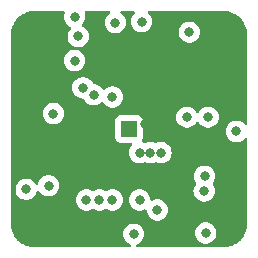
<source format=gbr>
%TF.GenerationSoftware,KiCad,Pcbnew,7.0.6*%
%TF.CreationDate,2023-08-27T19:49:05-04:00*%
%TF.ProjectId,miniclick,6d696e69-636c-4696-936b-2e6b69636164,rev?*%
%TF.SameCoordinates,Original*%
%TF.FileFunction,Copper,L2,Inr*%
%TF.FilePolarity,Positive*%
%FSLAX46Y46*%
G04 Gerber Fmt 4.6, Leading zero omitted, Abs format (unit mm)*
G04 Created by KiCad (PCBNEW 7.0.6) date 2023-08-27 19:49:05*
%MOMM*%
%LPD*%
G01*
G04 APERTURE LIST*
%TA.AperFunction,ComponentPad*%
%ADD10R,1.350000X1.350000*%
%TD*%
%TA.AperFunction,ViaPad*%
%ADD11C,0.800000*%
%TD*%
G04 APERTURE END LIST*
D10*
%TO.N,unconnected-(J4-Pin_1-Pad1)*%
%TO.C,J4*%
X148000000Y-97000000D03*
%TD*%
D11*
%TO.N,+3.3V*%
X150500000Y-100500000D03*
X149355378Y-96544622D03*
X157367812Y-90195892D03*
X148700000Y-100500000D03*
X149600000Y-100500000D03*
X139900000Y-105800000D03*
X150100000Y-97400000D03*
X140800000Y-89000000D03*
X156200000Y-105600000D03*
%TO.N,GND*%
X141200000Y-101800000D03*
X150700000Y-99000000D03*
X153100000Y-88800000D03*
X154500000Y-105800000D03*
X141600000Y-95700000D03*
X157100000Y-97200000D03*
X152900000Y-96000000D03*
X143400000Y-91200000D03*
X146600000Y-103000000D03*
X148900000Y-103000000D03*
X139300000Y-102100000D03*
X145500000Y-103000000D03*
X148900000Y-99000000D03*
X154700000Y-96000000D03*
X144400000Y-103000000D03*
X149800000Y-99000000D03*
%TO.N,ADRS_LED*%
X143702701Y-89162299D03*
%TO.N,PA6*%
X144100000Y-93500000D03*
%TO.N,PA4*%
X146600000Y-94300000D03*
%TO.N,PA5*%
X150400000Y-103850500D03*
X148400000Y-105900000D03*
X145000000Y-94100000D03*
%TO.N,PA2*%
X143400000Y-87500000D03*
%TO.N,SDA*%
X154400000Y-101000000D03*
X146844293Y-87984490D03*
%TO.N,SCL*%
X154367926Y-102249057D03*
X149062968Y-87907868D03*
%TD*%
%TA.AperFunction,Conductor*%
%TO.N,+3.3V*%
G36*
X142511823Y-87020185D02*
G01*
X142557578Y-87072989D01*
X142567522Y-87142147D01*
X142562715Y-87162818D01*
X142519755Y-87295036D01*
X142514326Y-87311744D01*
X142494540Y-87500000D01*
X142514326Y-87688256D01*
X142514327Y-87688259D01*
X142572818Y-87868277D01*
X142572821Y-87868284D01*
X142667467Y-88032216D01*
X142794001Y-88172746D01*
X142794129Y-88172888D01*
X142936250Y-88276145D01*
X142947270Y-88284151D01*
X143030046Y-88321005D01*
X143083280Y-88366254D01*
X143103601Y-88433103D01*
X143084556Y-88500327D01*
X143071758Y-88517254D01*
X142970167Y-88630084D01*
X142875522Y-88794014D01*
X142875519Y-88794021D01*
X142817028Y-88974039D01*
X142817027Y-88974043D01*
X142797241Y-89162299D01*
X142817027Y-89350555D01*
X142817028Y-89350558D01*
X142875519Y-89530576D01*
X142875522Y-89530583D01*
X142970168Y-89694515D01*
X143096830Y-89835186D01*
X143096830Y-89835187D01*
X143249966Y-89946447D01*
X143249971Y-89946450D01*
X143422893Y-90023441D01*
X143422898Y-90023443D01*
X143608055Y-90062799D01*
X143608056Y-90062799D01*
X143797345Y-90062799D01*
X143797347Y-90062799D01*
X143982504Y-90023443D01*
X144155431Y-89946450D01*
X144308572Y-89835187D01*
X144435234Y-89694515D01*
X144529880Y-89530583D01*
X144588375Y-89350555D01*
X144608161Y-89162299D01*
X144588375Y-88974043D01*
X144529880Y-88794015D01*
X144435234Y-88630083D01*
X144308572Y-88489411D01*
X144308571Y-88489410D01*
X144155435Y-88378150D01*
X144155433Y-88378149D01*
X144072655Y-88341293D01*
X144019419Y-88296042D01*
X143999098Y-88229193D01*
X144018144Y-88161969D01*
X144030934Y-88145052D01*
X144132533Y-88032216D01*
X144227179Y-87868284D01*
X144285674Y-87688256D01*
X144305460Y-87500000D01*
X144285674Y-87311744D01*
X144249476Y-87200339D01*
X144237285Y-87162818D01*
X144235290Y-87092977D01*
X144271370Y-87033144D01*
X144334071Y-87002316D01*
X144355216Y-87000500D01*
X146284985Y-87000500D01*
X146352024Y-87020185D01*
X146397779Y-87072989D01*
X146407723Y-87142147D01*
X146378698Y-87205703D01*
X146357870Y-87224818D01*
X146238422Y-87311601D01*
X146111759Y-87452275D01*
X146017114Y-87616205D01*
X146017111Y-87616212D01*
X145958620Y-87796230D01*
X145958619Y-87796234D01*
X145938833Y-87984490D01*
X145958619Y-88172746D01*
X145958620Y-88172749D01*
X146017111Y-88352767D01*
X146017114Y-88352774D01*
X146111760Y-88516706D01*
X146213846Y-88630084D01*
X146238422Y-88657378D01*
X146391558Y-88768638D01*
X146391563Y-88768641D01*
X146564485Y-88845632D01*
X146564490Y-88845634D01*
X146749647Y-88884990D01*
X146749648Y-88884990D01*
X146938937Y-88884990D01*
X146938939Y-88884990D01*
X147124096Y-88845634D01*
X147297023Y-88768641D01*
X147450164Y-88657378D01*
X147576826Y-88516706D01*
X147671472Y-88352774D01*
X147729967Y-88172746D01*
X147749753Y-87984490D01*
X147729967Y-87796234D01*
X147671472Y-87616206D01*
X147576826Y-87452274D01*
X147450164Y-87311602D01*
X147427363Y-87295036D01*
X147330716Y-87224818D01*
X147288050Y-87169488D01*
X147282071Y-87099875D01*
X147314677Y-87038080D01*
X147375515Y-87003723D01*
X147403601Y-87000500D01*
X148398199Y-87000500D01*
X148465238Y-87020185D01*
X148510993Y-87072989D01*
X148520937Y-87142147D01*
X148491912Y-87205703D01*
X148471085Y-87224817D01*
X148470045Y-87225573D01*
X148457096Y-87234980D01*
X148330434Y-87375653D01*
X148235789Y-87539583D01*
X148235786Y-87539590D01*
X148190766Y-87678149D01*
X148177294Y-87719612D01*
X148157508Y-87907868D01*
X148177294Y-88096124D01*
X148177295Y-88096127D01*
X148235786Y-88276145D01*
X148235789Y-88276152D01*
X148330435Y-88440084D01*
X148457097Y-88580756D01*
X148610233Y-88692016D01*
X148610238Y-88692019D01*
X148783160Y-88769010D01*
X148783165Y-88769012D01*
X148968322Y-88808368D01*
X148968323Y-88808368D01*
X149157612Y-88808368D01*
X149157614Y-88808368D01*
X149196983Y-88800000D01*
X152194540Y-88800000D01*
X152214326Y-88988256D01*
X152214327Y-88988259D01*
X152272818Y-89168277D01*
X152272821Y-89168284D01*
X152367467Y-89332216D01*
X152494128Y-89472888D01*
X152494129Y-89472888D01*
X152647265Y-89584148D01*
X152647270Y-89584151D01*
X152820192Y-89661142D01*
X152820197Y-89661144D01*
X153005354Y-89700500D01*
X153005355Y-89700500D01*
X153194644Y-89700500D01*
X153194646Y-89700500D01*
X153379803Y-89661144D01*
X153552730Y-89584151D01*
X153705871Y-89472888D01*
X153832533Y-89332216D01*
X153927179Y-89168284D01*
X153985674Y-88988256D01*
X154005460Y-88800000D01*
X153985674Y-88611744D01*
X153927179Y-88431716D01*
X153832533Y-88267784D01*
X153705871Y-88127112D01*
X153705870Y-88127111D01*
X153552734Y-88015851D01*
X153552729Y-88015848D01*
X153379807Y-87938857D01*
X153379802Y-87938855D01*
X153234001Y-87907865D01*
X153194646Y-87899500D01*
X153005354Y-87899500D01*
X152972897Y-87906398D01*
X152820197Y-87938855D01*
X152820192Y-87938857D01*
X152647270Y-88015848D01*
X152647265Y-88015851D01*
X152494129Y-88127111D01*
X152367466Y-88267785D01*
X152272821Y-88431715D01*
X152272818Y-88431722D01*
X152214327Y-88611740D01*
X152214326Y-88611744D01*
X152194540Y-88800000D01*
X149196983Y-88800000D01*
X149342771Y-88769012D01*
X149515698Y-88692019D01*
X149668839Y-88580756D01*
X149795501Y-88440084D01*
X149890147Y-88276152D01*
X149948642Y-88096124D01*
X149968428Y-87907868D01*
X149948642Y-87719612D01*
X149890147Y-87539584D01*
X149795501Y-87375652D01*
X149668839Y-87234980D01*
X149654852Y-87224818D01*
X149612186Y-87169489D01*
X149606207Y-87099876D01*
X149638812Y-87038081D01*
X149699650Y-87003723D01*
X149727737Y-87000500D01*
X154999901Y-87000500D01*
X155997964Y-87000500D01*
X156002019Y-87000633D01*
X156037198Y-87002938D01*
X156083708Y-87005986D01*
X156265459Y-87018985D01*
X156273100Y-87020015D01*
X156363918Y-87038080D01*
X156389420Y-87043153D01*
X156415023Y-87048722D01*
X156533666Y-87074531D01*
X156540383Y-87076395D01*
X156659437Y-87116809D01*
X156756671Y-87153076D01*
X156791741Y-87166157D01*
X156797499Y-87168643D01*
X156912952Y-87225578D01*
X157034906Y-87292170D01*
X157039634Y-87295032D01*
X157064640Y-87311740D01*
X157146649Y-87366537D01*
X157149358Y-87368454D01*
X157258652Y-87450271D01*
X157262345Y-87453265D01*
X157359502Y-87538469D01*
X157362448Y-87541228D01*
X157458769Y-87637549D01*
X157461526Y-87640492D01*
X157546729Y-87737648D01*
X157549732Y-87741353D01*
X157590813Y-87796230D01*
X157631543Y-87850639D01*
X157633461Y-87853349D01*
X157704962Y-87960357D01*
X157707828Y-87965091D01*
X157774421Y-88087047D01*
X157831355Y-88202499D01*
X157833841Y-88208257D01*
X157859166Y-88276152D01*
X157883196Y-88340578D01*
X157887336Y-88352774D01*
X157923597Y-88459596D01*
X157925472Y-88466352D01*
X157956846Y-88610579D01*
X157979980Y-88726880D01*
X157981015Y-88734560D01*
X157994017Y-88916350D01*
X157996564Y-88955207D01*
X157998730Y-88988259D01*
X157999367Y-88997966D01*
X157999500Y-89002023D01*
X157999500Y-96530188D01*
X157979815Y-96597227D01*
X157927011Y-96642982D01*
X157857853Y-96652926D01*
X157794297Y-96623901D01*
X157783351Y-96613161D01*
X157705871Y-96527112D01*
X157705870Y-96527111D01*
X157552734Y-96415851D01*
X157552729Y-96415848D01*
X157379807Y-96338857D01*
X157379802Y-96338855D01*
X157234001Y-96307865D01*
X157194646Y-96299500D01*
X157005354Y-96299500D01*
X156972897Y-96306398D01*
X156820197Y-96338855D01*
X156820192Y-96338857D01*
X156647270Y-96415848D01*
X156647265Y-96415851D01*
X156494129Y-96527111D01*
X156367466Y-96667785D01*
X156272821Y-96831715D01*
X156272818Y-96831722D01*
X156214327Y-97011740D01*
X156214326Y-97011744D01*
X156194540Y-97200000D01*
X156214326Y-97388256D01*
X156214327Y-97388259D01*
X156272818Y-97568277D01*
X156272821Y-97568284D01*
X156367467Y-97732216D01*
X156412727Y-97782482D01*
X156494129Y-97872888D01*
X156647265Y-97984148D01*
X156647270Y-97984151D01*
X156820192Y-98061142D01*
X156820197Y-98061144D01*
X157005354Y-98100500D01*
X157005355Y-98100500D01*
X157194644Y-98100500D01*
X157194646Y-98100500D01*
X157379803Y-98061144D01*
X157552730Y-97984151D01*
X157705871Y-97872888D01*
X157783350Y-97786838D01*
X157842837Y-97750190D01*
X157912694Y-97751521D01*
X157970742Y-97790407D01*
X157998552Y-97854504D01*
X157999500Y-97869811D01*
X157999500Y-104997975D01*
X157999367Y-105002032D01*
X157994017Y-105083648D01*
X157981015Y-105265438D01*
X157979980Y-105273118D01*
X157956846Y-105389420D01*
X157925472Y-105533646D01*
X157923597Y-105540401D01*
X157899380Y-105611744D01*
X157883208Y-105659388D01*
X157883195Y-105659425D01*
X157833841Y-105791741D01*
X157831355Y-105797499D01*
X157774421Y-105912952D01*
X157707828Y-106034907D01*
X157704961Y-106039641D01*
X157633461Y-106146649D01*
X157631543Y-106149359D01*
X157549744Y-106258631D01*
X157546723Y-106262357D01*
X157461529Y-106359502D01*
X157458755Y-106362464D01*
X157362464Y-106458755D01*
X157359502Y-106461529D01*
X157262357Y-106546723D01*
X157258631Y-106549744D01*
X157149359Y-106631543D01*
X157146649Y-106633461D01*
X157039641Y-106704961D01*
X157034907Y-106707828D01*
X156912952Y-106774421D01*
X156797499Y-106831355D01*
X156791741Y-106833841D01*
X156683219Y-106874320D01*
X156659418Y-106883197D01*
X156540401Y-106923597D01*
X156533646Y-106925472D01*
X156389420Y-106956846D01*
X156273118Y-106979980D01*
X156265438Y-106981015D01*
X156083648Y-106994017D01*
X156032582Y-106997364D01*
X156002025Y-106999367D01*
X155997976Y-106999500D01*
X148727821Y-106999500D01*
X148660782Y-106979815D01*
X148615027Y-106927011D01*
X148605083Y-106857853D01*
X148634108Y-106794297D01*
X148677385Y-106762221D01*
X148805988Y-106704962D01*
X148852730Y-106684151D01*
X149005871Y-106572888D01*
X149132533Y-106432216D01*
X149227179Y-106268284D01*
X149285674Y-106088256D01*
X149305460Y-105900000D01*
X149294950Y-105800000D01*
X153594540Y-105800000D01*
X153614326Y-105988256D01*
X153614327Y-105988259D01*
X153672818Y-106168277D01*
X153672821Y-106168284D01*
X153767467Y-106332216D01*
X153840980Y-106413860D01*
X153894129Y-106472888D01*
X154047265Y-106584148D01*
X154047270Y-106584151D01*
X154220192Y-106661142D01*
X154220197Y-106661144D01*
X154405354Y-106700500D01*
X154405355Y-106700500D01*
X154594644Y-106700500D01*
X154594646Y-106700500D01*
X154779803Y-106661144D01*
X154952730Y-106584151D01*
X155105871Y-106472888D01*
X155232533Y-106332216D01*
X155327179Y-106168284D01*
X155385674Y-105988256D01*
X155405460Y-105800000D01*
X155385674Y-105611744D01*
X155327179Y-105431716D01*
X155232533Y-105267784D01*
X155105871Y-105127112D01*
X155090369Y-105115849D01*
X154952734Y-105015851D01*
X154952729Y-105015848D01*
X154779807Y-104938857D01*
X154779802Y-104938855D01*
X154634000Y-104907865D01*
X154594646Y-104899500D01*
X154405354Y-104899500D01*
X154372897Y-104906398D01*
X154220197Y-104938855D01*
X154220192Y-104938857D01*
X154047270Y-105015848D01*
X154047265Y-105015851D01*
X153894129Y-105127111D01*
X153767466Y-105267785D01*
X153672821Y-105431715D01*
X153672818Y-105431722D01*
X153614327Y-105611740D01*
X153614326Y-105611744D01*
X153594540Y-105800000D01*
X149294950Y-105800000D01*
X149285674Y-105711744D01*
X149227179Y-105531716D01*
X149132533Y-105367784D01*
X149005871Y-105227112D01*
X149005870Y-105227111D01*
X148852734Y-105115851D01*
X148852729Y-105115848D01*
X148679807Y-105038857D01*
X148679802Y-105038855D01*
X148506558Y-105002032D01*
X148494646Y-104999500D01*
X148305354Y-104999500D01*
X148293442Y-105002032D01*
X148120197Y-105038855D01*
X148120192Y-105038857D01*
X147947270Y-105115848D01*
X147947265Y-105115851D01*
X147794129Y-105227111D01*
X147667466Y-105367785D01*
X147572821Y-105531715D01*
X147572818Y-105531722D01*
X147514327Y-105711740D01*
X147514326Y-105711744D01*
X147494540Y-105900000D01*
X147514326Y-106088256D01*
X147514327Y-106088259D01*
X147572818Y-106268277D01*
X147572821Y-106268284D01*
X147667467Y-106432216D01*
X147735057Y-106507282D01*
X147794129Y-106572888D01*
X147947265Y-106684148D01*
X147947270Y-106684151D01*
X148122615Y-106762221D01*
X148175852Y-106807471D01*
X148196173Y-106874320D01*
X148177127Y-106941544D01*
X148124761Y-106987799D01*
X148072179Y-106999500D01*
X140002024Y-106999500D01*
X139997974Y-106999367D01*
X139959954Y-106996875D01*
X139916350Y-106994017D01*
X139734560Y-106981015D01*
X139726880Y-106979980D01*
X139610579Y-106956846D01*
X139466352Y-106925472D01*
X139459596Y-106923597D01*
X139427881Y-106912831D01*
X139340578Y-106883196D01*
X139305768Y-106870212D01*
X139208257Y-106833841D01*
X139202499Y-106831355D01*
X139087047Y-106774421D01*
X138965091Y-106707828D01*
X138960357Y-106704962D01*
X138853349Y-106633461D01*
X138850639Y-106631543D01*
X138787326Y-106584148D01*
X138741353Y-106549732D01*
X138737648Y-106546729D01*
X138640492Y-106461526D01*
X138637549Y-106458769D01*
X138541228Y-106362448D01*
X138538469Y-106359502D01*
X138514540Y-106332216D01*
X138453265Y-106262345D01*
X138450271Y-106258652D01*
X138368454Y-106149358D01*
X138366537Y-106146649D01*
X138295036Y-106039641D01*
X138292170Y-106034906D01*
X138225578Y-105912952D01*
X138168643Y-105797499D01*
X138166157Y-105791741D01*
X138153076Y-105756671D01*
X138116805Y-105659425D01*
X138076395Y-105540383D01*
X138074531Y-105533666D01*
X138043153Y-105389420D01*
X138038641Y-105366738D01*
X138020015Y-105273100D01*
X138018985Y-105265459D01*
X138005986Y-105083708D01*
X138001539Y-105015848D01*
X138000633Y-105002019D01*
X138000500Y-104997964D01*
X138000500Y-102100000D01*
X138394540Y-102100000D01*
X138414326Y-102288256D01*
X138414327Y-102288259D01*
X138472818Y-102468277D01*
X138472821Y-102468284D01*
X138567467Y-102632216D01*
X138694129Y-102772887D01*
X138694129Y-102772888D01*
X138847265Y-102884148D01*
X138847270Y-102884151D01*
X139020192Y-102961142D01*
X139020197Y-102961144D01*
X139205354Y-103000500D01*
X139205355Y-103000500D01*
X139394644Y-103000500D01*
X139394646Y-103000500D01*
X139396998Y-103000000D01*
X143494540Y-103000000D01*
X143514326Y-103188256D01*
X143514327Y-103188259D01*
X143572818Y-103368277D01*
X143572821Y-103368284D01*
X143667467Y-103532216D01*
X143784545Y-103662244D01*
X143794129Y-103672888D01*
X143947265Y-103784148D01*
X143947270Y-103784151D01*
X144120192Y-103861142D01*
X144120197Y-103861144D01*
X144305354Y-103900500D01*
X144305355Y-103900500D01*
X144494644Y-103900500D01*
X144494646Y-103900500D01*
X144679803Y-103861144D01*
X144852730Y-103784151D01*
X144877114Y-103766434D01*
X144942919Y-103742954D01*
X145010973Y-103758778D01*
X145022879Y-103766429D01*
X145047266Y-103784148D01*
X145047269Y-103784150D01*
X145047270Y-103784151D01*
X145220192Y-103861142D01*
X145220197Y-103861144D01*
X145405354Y-103900500D01*
X145405355Y-103900500D01*
X145594644Y-103900500D01*
X145594646Y-103900500D01*
X145779803Y-103861144D01*
X145952730Y-103784151D01*
X145977114Y-103766434D01*
X146042919Y-103742954D01*
X146110973Y-103758778D01*
X146122879Y-103766429D01*
X146147266Y-103784148D01*
X146147269Y-103784150D01*
X146147270Y-103784151D01*
X146320192Y-103861142D01*
X146320197Y-103861144D01*
X146505354Y-103900500D01*
X146505355Y-103900500D01*
X146694644Y-103900500D01*
X146694646Y-103900500D01*
X146879803Y-103861144D01*
X147052730Y-103784151D01*
X147205871Y-103672888D01*
X147332533Y-103532216D01*
X147427179Y-103368284D01*
X147485674Y-103188256D01*
X147505460Y-103000000D01*
X147994540Y-103000000D01*
X148014326Y-103188256D01*
X148014327Y-103188259D01*
X148072818Y-103368277D01*
X148072821Y-103368284D01*
X148167467Y-103532216D01*
X148284545Y-103662244D01*
X148294129Y-103672888D01*
X148447265Y-103784148D01*
X148447270Y-103784151D01*
X148620192Y-103861142D01*
X148620197Y-103861144D01*
X148805354Y-103900500D01*
X148805355Y-103900500D01*
X148994644Y-103900500D01*
X148994646Y-103900500D01*
X149179803Y-103861144D01*
X149325623Y-103796219D01*
X149394871Y-103786935D01*
X149458148Y-103816562D01*
X149495362Y-103875697D01*
X149499378Y-103896531D01*
X149514326Y-104038756D01*
X149514327Y-104038759D01*
X149572818Y-104218777D01*
X149572821Y-104218784D01*
X149667467Y-104382716D01*
X149794129Y-104523388D01*
X149947265Y-104634648D01*
X149947270Y-104634651D01*
X150120192Y-104711642D01*
X150120197Y-104711644D01*
X150305354Y-104751000D01*
X150305355Y-104751000D01*
X150494644Y-104751000D01*
X150494646Y-104751000D01*
X150679803Y-104711644D01*
X150852730Y-104634651D01*
X151005871Y-104523388D01*
X151132533Y-104382716D01*
X151227179Y-104218784D01*
X151285674Y-104038756D01*
X151305460Y-103850500D01*
X151285674Y-103662244D01*
X151227179Y-103482216D01*
X151132533Y-103318284D01*
X151005871Y-103177612D01*
X151005870Y-103177611D01*
X150852734Y-103066351D01*
X150852729Y-103066348D01*
X150679807Y-102989357D01*
X150679802Y-102989355D01*
X150513281Y-102953961D01*
X150494646Y-102950000D01*
X150305354Y-102950000D01*
X150286719Y-102953961D01*
X150120199Y-102989355D01*
X149974377Y-103054280D01*
X149905127Y-103063564D01*
X149841850Y-103033936D01*
X149804637Y-102974801D01*
X149800622Y-102953975D01*
X149785674Y-102811744D01*
X149731112Y-102643823D01*
X149727181Y-102631722D01*
X149727180Y-102631721D01*
X149727179Y-102631716D01*
X149632533Y-102467784D01*
X149505871Y-102327112D01*
X149505870Y-102327111D01*
X149398438Y-102249057D01*
X153462466Y-102249057D01*
X153482252Y-102437313D01*
X153482253Y-102437316D01*
X153540744Y-102617334D01*
X153540747Y-102617341D01*
X153635393Y-102781273D01*
X153728025Y-102884151D01*
X153762055Y-102921945D01*
X153915191Y-103033205D01*
X153915196Y-103033208D01*
X154088118Y-103110199D01*
X154088123Y-103110201D01*
X154273280Y-103149557D01*
X154273281Y-103149557D01*
X154462570Y-103149557D01*
X154462572Y-103149557D01*
X154647729Y-103110201D01*
X154820656Y-103033208D01*
X154973797Y-102921945D01*
X155100459Y-102781273D01*
X155195105Y-102617341D01*
X155253600Y-102437313D01*
X155273386Y-102249057D01*
X155253600Y-102060801D01*
X155195105Y-101880773D01*
X155109051Y-101731722D01*
X155100459Y-101716840D01*
X155099570Y-101715617D01*
X155099274Y-101714788D01*
X155097210Y-101711213D01*
X155097863Y-101710835D01*
X155076087Y-101649812D01*
X155091910Y-101581757D01*
X155107733Y-101559758D01*
X155132533Y-101532216D01*
X155227179Y-101368284D01*
X155285674Y-101188256D01*
X155305460Y-101000000D01*
X155285674Y-100811744D01*
X155227179Y-100631716D01*
X155132533Y-100467784D01*
X155005871Y-100327112D01*
X155005870Y-100327111D01*
X154852734Y-100215851D01*
X154852729Y-100215848D01*
X154679807Y-100138857D01*
X154679802Y-100138855D01*
X154534000Y-100107865D01*
X154494646Y-100099500D01*
X154305354Y-100099500D01*
X154272897Y-100106398D01*
X154120197Y-100138855D01*
X154120192Y-100138857D01*
X153947270Y-100215848D01*
X153947265Y-100215851D01*
X153794129Y-100327111D01*
X153667466Y-100467785D01*
X153572821Y-100631715D01*
X153572818Y-100631722D01*
X153514327Y-100811740D01*
X153514326Y-100811744D01*
X153494540Y-101000000D01*
X153514326Y-101188256D01*
X153514327Y-101188259D01*
X153572818Y-101368277D01*
X153572821Y-101368284D01*
X153667468Y-101532219D01*
X153668357Y-101533442D01*
X153668652Y-101534269D01*
X153670716Y-101537844D01*
X153670062Y-101538221D01*
X153691838Y-101599248D01*
X153676013Y-101667302D01*
X153660191Y-101689299D01*
X153635394Y-101716839D01*
X153635390Y-101716844D01*
X153540747Y-101880772D01*
X153540744Y-101880779D01*
X153505823Y-101988256D01*
X153482252Y-102060801D01*
X153462466Y-102249057D01*
X149398438Y-102249057D01*
X149352734Y-102215851D01*
X149352729Y-102215848D01*
X149179807Y-102138857D01*
X149179802Y-102138855D01*
X149034001Y-102107865D01*
X148994646Y-102099500D01*
X148805354Y-102099500D01*
X148772897Y-102106398D01*
X148620197Y-102138855D01*
X148620192Y-102138857D01*
X148447270Y-102215848D01*
X148447265Y-102215851D01*
X148294129Y-102327111D01*
X148167466Y-102467785D01*
X148072821Y-102631715D01*
X148072818Y-102631722D01*
X148014327Y-102811740D01*
X148014326Y-102811744D01*
X147994540Y-103000000D01*
X147505460Y-103000000D01*
X147485674Y-102811744D01*
X147431112Y-102643823D01*
X147427181Y-102631722D01*
X147427180Y-102631721D01*
X147427179Y-102631716D01*
X147332533Y-102467784D01*
X147205871Y-102327112D01*
X147205870Y-102327111D01*
X147052734Y-102215851D01*
X147052729Y-102215848D01*
X146879807Y-102138857D01*
X146879802Y-102138855D01*
X146734000Y-102107865D01*
X146694646Y-102099500D01*
X146505354Y-102099500D01*
X146472897Y-102106398D01*
X146320197Y-102138855D01*
X146320192Y-102138857D01*
X146147270Y-102215848D01*
X146147265Y-102215851D01*
X146122885Y-102233565D01*
X146057079Y-102257045D01*
X145989025Y-102241219D01*
X145977115Y-102233565D01*
X145952734Y-102215851D01*
X145952729Y-102215848D01*
X145779807Y-102138857D01*
X145779802Y-102138855D01*
X145634000Y-102107865D01*
X145594646Y-102099500D01*
X145405354Y-102099500D01*
X145372897Y-102106398D01*
X145220197Y-102138855D01*
X145220192Y-102138857D01*
X145047270Y-102215848D01*
X145047265Y-102215851D01*
X145022885Y-102233565D01*
X144957079Y-102257045D01*
X144889025Y-102241219D01*
X144877115Y-102233565D01*
X144852734Y-102215851D01*
X144852729Y-102215848D01*
X144679807Y-102138857D01*
X144679802Y-102138855D01*
X144534000Y-102107865D01*
X144494646Y-102099500D01*
X144305354Y-102099500D01*
X144272897Y-102106398D01*
X144120197Y-102138855D01*
X144120192Y-102138857D01*
X143947270Y-102215848D01*
X143947265Y-102215851D01*
X143794129Y-102327111D01*
X143667466Y-102467785D01*
X143572821Y-102631715D01*
X143572818Y-102631722D01*
X143514327Y-102811740D01*
X143514326Y-102811744D01*
X143494540Y-103000000D01*
X139396998Y-103000000D01*
X139579803Y-102961144D01*
X139752730Y-102884151D01*
X139905871Y-102772888D01*
X140032533Y-102632216D01*
X140127179Y-102468284D01*
X140185674Y-102288256D01*
X140185674Y-102288248D01*
X140187024Y-102281903D01*
X140189267Y-102282379D01*
X140211833Y-102227489D01*
X140269118Y-102187488D01*
X140338936Y-102184807D01*
X140399121Y-102220299D01*
X140415979Y-102243037D01*
X140467466Y-102332214D01*
X140467465Y-102332214D01*
X140594129Y-102472888D01*
X140747265Y-102584148D01*
X140747270Y-102584151D01*
X140920192Y-102661142D01*
X140920197Y-102661144D01*
X141105354Y-102700500D01*
X141105355Y-102700500D01*
X141294644Y-102700500D01*
X141294646Y-102700500D01*
X141479803Y-102661144D01*
X141652730Y-102584151D01*
X141805871Y-102472888D01*
X141932533Y-102332216D01*
X142027179Y-102168284D01*
X142085674Y-101988256D01*
X142105460Y-101800000D01*
X142085674Y-101611744D01*
X142027179Y-101431716D01*
X141932533Y-101267784D01*
X141805871Y-101127112D01*
X141805870Y-101127111D01*
X141652734Y-101015851D01*
X141652729Y-101015848D01*
X141479807Y-100938857D01*
X141479802Y-100938855D01*
X141334001Y-100907865D01*
X141294646Y-100899500D01*
X141105354Y-100899500D01*
X141072897Y-100906398D01*
X140920197Y-100938855D01*
X140920192Y-100938857D01*
X140747270Y-101015848D01*
X140747265Y-101015851D01*
X140594129Y-101127111D01*
X140467466Y-101267785D01*
X140372821Y-101431715D01*
X140372818Y-101431722D01*
X140314326Y-101611742D01*
X140312976Y-101618097D01*
X140310740Y-101617621D01*
X140288134Y-101672550D01*
X140230832Y-101712528D01*
X140161013Y-101715179D01*
X140100843Y-101679663D01*
X140084020Y-101656962D01*
X140055011Y-101606717D01*
X140032533Y-101567784D01*
X139905871Y-101427112D01*
X139905870Y-101427111D01*
X139752734Y-101315851D01*
X139752729Y-101315848D01*
X139579807Y-101238857D01*
X139579802Y-101238855D01*
X139434001Y-101207865D01*
X139394646Y-101199500D01*
X139205354Y-101199500D01*
X139172897Y-101206398D01*
X139020197Y-101238855D01*
X139020192Y-101238857D01*
X138847270Y-101315848D01*
X138847265Y-101315851D01*
X138694129Y-101427111D01*
X138567466Y-101567785D01*
X138472821Y-101731715D01*
X138472818Y-101731722D01*
X138424389Y-101880772D01*
X138414326Y-101911744D01*
X138394540Y-102100000D01*
X138000500Y-102100000D01*
X138000500Y-97722870D01*
X146824500Y-97722870D01*
X146824501Y-97722876D01*
X146830908Y-97782483D01*
X146881202Y-97917328D01*
X146881206Y-97917335D01*
X146967452Y-98032544D01*
X146967455Y-98032547D01*
X147082664Y-98118793D01*
X147082671Y-98118797D01*
X147217517Y-98169091D01*
X147217516Y-98169091D01*
X147224444Y-98169835D01*
X147277127Y-98175500D01*
X148152134Y-98175499D01*
X148219172Y-98195183D01*
X148264927Y-98247987D01*
X148274871Y-98317146D01*
X148245846Y-98380702D01*
X148244283Y-98382471D01*
X148167466Y-98467785D01*
X148072821Y-98631715D01*
X148072818Y-98631722D01*
X148014327Y-98811740D01*
X148014326Y-98811744D01*
X147994540Y-99000000D01*
X148014326Y-99188256D01*
X148014327Y-99188259D01*
X148072818Y-99368277D01*
X148072821Y-99368284D01*
X148167467Y-99532216D01*
X148294128Y-99672888D01*
X148294129Y-99672888D01*
X148447265Y-99784148D01*
X148447270Y-99784151D01*
X148620192Y-99861142D01*
X148620197Y-99861144D01*
X148805354Y-99900500D01*
X148805355Y-99900500D01*
X148994644Y-99900500D01*
X148994646Y-99900500D01*
X149179803Y-99861144D01*
X149299564Y-99807821D01*
X149368813Y-99798536D01*
X149400434Y-99807821D01*
X149520197Y-99861144D01*
X149705354Y-99900500D01*
X149705355Y-99900500D01*
X149894644Y-99900500D01*
X149894646Y-99900500D01*
X150079803Y-99861144D01*
X150199564Y-99807821D01*
X150268813Y-99798536D01*
X150300434Y-99807821D01*
X150420197Y-99861144D01*
X150605354Y-99900500D01*
X150605355Y-99900500D01*
X150794644Y-99900500D01*
X150794646Y-99900500D01*
X150979803Y-99861144D01*
X151152730Y-99784151D01*
X151305871Y-99672888D01*
X151432533Y-99532216D01*
X151527179Y-99368284D01*
X151585674Y-99188256D01*
X151605460Y-99000000D01*
X151585674Y-98811744D01*
X151527179Y-98631716D01*
X151432533Y-98467784D01*
X151305871Y-98327112D01*
X151292154Y-98317146D01*
X151152734Y-98215851D01*
X151152729Y-98215848D01*
X150979807Y-98138857D01*
X150979802Y-98138855D01*
X150834000Y-98107865D01*
X150794646Y-98099500D01*
X150605354Y-98099500D01*
X150582348Y-98104390D01*
X150420197Y-98138855D01*
X150420191Y-98138857D01*
X150300432Y-98192177D01*
X150231182Y-98201461D01*
X150199562Y-98192176D01*
X150079807Y-98138857D01*
X150079802Y-98138855D01*
X149934001Y-98107865D01*
X149894646Y-98099500D01*
X149705354Y-98099500D01*
X149682348Y-98104390D01*
X149520197Y-98138855D01*
X149520196Y-98138855D01*
X149400435Y-98192177D01*
X149331185Y-98201461D01*
X149299565Y-98192177D01*
X149179804Y-98138856D01*
X149173823Y-98137585D01*
X149112342Y-98104390D01*
X149078567Y-98043226D01*
X149083221Y-97973512D01*
X149100339Y-97941985D01*
X149118796Y-97917331D01*
X149169091Y-97782483D01*
X149175500Y-97722873D01*
X149175499Y-96277128D01*
X149169091Y-96217517D01*
X149158178Y-96188259D01*
X149118797Y-96082671D01*
X149118793Y-96082664D01*
X149056910Y-96000000D01*
X151994540Y-96000000D01*
X152014326Y-96188256D01*
X152014327Y-96188259D01*
X152072818Y-96368277D01*
X152072821Y-96368284D01*
X152167467Y-96532216D01*
X152276155Y-96652926D01*
X152294129Y-96672888D01*
X152447265Y-96784148D01*
X152447270Y-96784151D01*
X152620192Y-96861142D01*
X152620197Y-96861144D01*
X152805354Y-96900500D01*
X152805355Y-96900500D01*
X152994644Y-96900500D01*
X152994646Y-96900500D01*
X153179803Y-96861144D01*
X153352730Y-96784151D01*
X153505871Y-96672888D01*
X153632533Y-96532216D01*
X153692613Y-96428153D01*
X153743179Y-96379939D01*
X153811786Y-96366715D01*
X153876651Y-96392683D01*
X153907386Y-96428153D01*
X153967467Y-96532216D01*
X154076155Y-96652926D01*
X154094129Y-96672888D01*
X154247265Y-96784148D01*
X154247270Y-96784151D01*
X154420192Y-96861142D01*
X154420197Y-96861144D01*
X154605354Y-96900500D01*
X154605355Y-96900500D01*
X154794644Y-96900500D01*
X154794646Y-96900500D01*
X154979803Y-96861144D01*
X155152730Y-96784151D01*
X155305871Y-96672888D01*
X155432533Y-96532216D01*
X155527179Y-96368284D01*
X155585674Y-96188256D01*
X155605460Y-96000000D01*
X155585674Y-95811744D01*
X155531112Y-95643823D01*
X155527181Y-95631722D01*
X155527180Y-95631721D01*
X155527179Y-95631716D01*
X155432533Y-95467784D01*
X155305871Y-95327112D01*
X155305870Y-95327111D01*
X155152734Y-95215851D01*
X155152729Y-95215848D01*
X154979807Y-95138857D01*
X154979802Y-95138855D01*
X154834001Y-95107865D01*
X154794646Y-95099500D01*
X154605354Y-95099500D01*
X154572897Y-95106398D01*
X154420197Y-95138855D01*
X154420192Y-95138857D01*
X154247270Y-95215848D01*
X154247265Y-95215851D01*
X154094129Y-95327111D01*
X153967465Y-95467785D01*
X153907387Y-95571845D01*
X153856820Y-95620061D01*
X153788213Y-95633284D01*
X153723348Y-95607316D01*
X153692613Y-95571845D01*
X153632534Y-95467785D01*
X153510016Y-95331716D01*
X153505871Y-95327112D01*
X153505870Y-95327111D01*
X153352734Y-95215851D01*
X153352729Y-95215848D01*
X153179807Y-95138857D01*
X153179802Y-95138855D01*
X153034000Y-95107865D01*
X152994646Y-95099500D01*
X152805354Y-95099500D01*
X152772897Y-95106398D01*
X152620197Y-95138855D01*
X152620192Y-95138857D01*
X152447270Y-95215848D01*
X152447265Y-95215851D01*
X152294129Y-95327111D01*
X152167466Y-95467785D01*
X152072821Y-95631715D01*
X152072818Y-95631722D01*
X152014327Y-95811740D01*
X152014326Y-95811744D01*
X151994540Y-96000000D01*
X149056910Y-96000000D01*
X149032547Y-95967455D01*
X149032544Y-95967452D01*
X148917335Y-95881206D01*
X148917328Y-95881202D01*
X148782482Y-95830908D01*
X148782483Y-95830908D01*
X148722883Y-95824501D01*
X148722881Y-95824500D01*
X148722873Y-95824500D01*
X148722864Y-95824500D01*
X147277129Y-95824500D01*
X147277123Y-95824501D01*
X147217516Y-95830908D01*
X147082671Y-95881202D01*
X147082664Y-95881206D01*
X146967455Y-95967452D01*
X146967452Y-95967455D01*
X146881206Y-96082664D01*
X146881202Y-96082671D01*
X146830908Y-96217517D01*
X146824501Y-96277116D01*
X146824501Y-96277123D01*
X146824500Y-96277135D01*
X146824500Y-97722870D01*
X138000500Y-97722870D01*
X138000500Y-95700000D01*
X140694540Y-95700000D01*
X140714326Y-95888256D01*
X140714327Y-95888259D01*
X140772818Y-96068277D01*
X140772821Y-96068284D01*
X140867467Y-96232216D01*
X140963487Y-96338857D01*
X140994129Y-96372888D01*
X141147265Y-96484148D01*
X141147270Y-96484151D01*
X141320192Y-96561142D01*
X141320197Y-96561144D01*
X141505354Y-96600500D01*
X141505355Y-96600500D01*
X141694644Y-96600500D01*
X141694646Y-96600500D01*
X141879803Y-96561144D01*
X142052730Y-96484151D01*
X142205871Y-96372888D01*
X142332533Y-96232216D01*
X142427179Y-96068284D01*
X142485674Y-95888256D01*
X142505460Y-95700000D01*
X142485674Y-95511744D01*
X142427179Y-95331716D01*
X142332533Y-95167784D01*
X142205871Y-95027112D01*
X142169243Y-95000500D01*
X142052734Y-94915851D01*
X142052729Y-94915848D01*
X141879807Y-94838857D01*
X141879802Y-94838855D01*
X141734001Y-94807865D01*
X141694646Y-94799500D01*
X141505354Y-94799500D01*
X141472897Y-94806398D01*
X141320197Y-94838855D01*
X141320192Y-94838857D01*
X141147270Y-94915848D01*
X141147265Y-94915851D01*
X140994129Y-95027111D01*
X140867466Y-95167785D01*
X140772821Y-95331715D01*
X140772818Y-95331722D01*
X140728609Y-95467785D01*
X140714326Y-95511744D01*
X140694540Y-95700000D01*
X138000500Y-95700000D01*
X138000500Y-93500000D01*
X143194540Y-93500000D01*
X143214326Y-93688256D01*
X143214327Y-93688259D01*
X143272818Y-93868277D01*
X143272821Y-93868284D01*
X143367467Y-94032216D01*
X143439071Y-94111740D01*
X143494129Y-94172888D01*
X143647265Y-94284148D01*
X143647270Y-94284151D01*
X143820192Y-94361142D01*
X143820197Y-94361144D01*
X144005354Y-94400500D01*
X144062115Y-94400500D01*
X144129154Y-94420185D01*
X144167161Y-94464047D01*
X144169571Y-94462656D01*
X144267465Y-94632214D01*
X144394129Y-94772888D01*
X144547265Y-94884148D01*
X144547270Y-94884151D01*
X144720192Y-94961142D01*
X144720197Y-94961144D01*
X144905354Y-95000500D01*
X144905355Y-95000500D01*
X145094644Y-95000500D01*
X145094646Y-95000500D01*
X145279803Y-94961144D01*
X145452730Y-94884151D01*
X145605871Y-94772888D01*
X145630191Y-94745877D01*
X145689675Y-94709230D01*
X145759532Y-94710559D01*
X145817581Y-94749445D01*
X145829727Y-94766849D01*
X145867467Y-94832216D01*
X145994129Y-94972888D01*
X146147265Y-95084148D01*
X146147270Y-95084151D01*
X146320192Y-95161142D01*
X146320197Y-95161144D01*
X146505354Y-95200500D01*
X146505355Y-95200500D01*
X146694644Y-95200500D01*
X146694646Y-95200500D01*
X146879803Y-95161144D01*
X147052730Y-95084151D01*
X147205871Y-94972888D01*
X147332533Y-94832216D01*
X147427179Y-94668284D01*
X147485674Y-94488256D01*
X147505460Y-94300000D01*
X147485674Y-94111744D01*
X147427179Y-93931716D01*
X147332533Y-93767784D01*
X147205871Y-93627112D01*
X147205870Y-93627111D01*
X147052734Y-93515851D01*
X147052729Y-93515848D01*
X146879807Y-93438857D01*
X146879802Y-93438855D01*
X146734000Y-93407865D01*
X146694646Y-93399500D01*
X146505354Y-93399500D01*
X146472897Y-93406398D01*
X146320197Y-93438855D01*
X146320192Y-93438857D01*
X146147270Y-93515848D01*
X146147265Y-93515851D01*
X145994129Y-93627111D01*
X145994127Y-93627113D01*
X145969807Y-93654123D01*
X145910320Y-93690770D01*
X145840463Y-93689439D01*
X145782416Y-93650551D01*
X145770272Y-93633149D01*
X145751471Y-93600586D01*
X145732533Y-93567784D01*
X145685769Y-93515848D01*
X145605870Y-93427111D01*
X145452734Y-93315851D01*
X145452729Y-93315848D01*
X145279807Y-93238857D01*
X145279802Y-93238855D01*
X145134001Y-93207865D01*
X145094646Y-93199500D01*
X145094645Y-93199500D01*
X145037885Y-93199500D01*
X144970846Y-93179815D01*
X144932838Y-93135952D01*
X144930429Y-93137344D01*
X144832534Y-92967785D01*
X144705870Y-92827111D01*
X144552734Y-92715851D01*
X144552729Y-92715848D01*
X144379807Y-92638857D01*
X144379802Y-92638855D01*
X144234001Y-92607865D01*
X144194646Y-92599500D01*
X144005354Y-92599500D01*
X143972897Y-92606398D01*
X143820197Y-92638855D01*
X143820192Y-92638857D01*
X143647270Y-92715848D01*
X143647265Y-92715851D01*
X143494129Y-92827111D01*
X143367466Y-92967785D01*
X143272821Y-93131715D01*
X143272818Y-93131722D01*
X143214327Y-93311740D01*
X143214326Y-93311744D01*
X143194540Y-93500000D01*
X138000500Y-93500000D01*
X138000500Y-91200000D01*
X142494540Y-91200000D01*
X142514326Y-91388256D01*
X142514327Y-91388259D01*
X142572818Y-91568277D01*
X142572821Y-91568284D01*
X142667467Y-91732216D01*
X142794128Y-91872888D01*
X142794129Y-91872888D01*
X142947265Y-91984148D01*
X142947270Y-91984151D01*
X143120192Y-92061142D01*
X143120197Y-92061144D01*
X143305354Y-92100500D01*
X143305355Y-92100500D01*
X143494644Y-92100500D01*
X143494646Y-92100500D01*
X143679803Y-92061144D01*
X143852730Y-91984151D01*
X144005871Y-91872888D01*
X144132533Y-91732216D01*
X144227179Y-91568284D01*
X144285674Y-91388256D01*
X144305460Y-91200000D01*
X144285674Y-91011744D01*
X144227179Y-90831716D01*
X144132533Y-90667784D01*
X144005871Y-90527112D01*
X144005870Y-90527111D01*
X143852734Y-90415851D01*
X143852729Y-90415848D01*
X143679807Y-90338857D01*
X143679802Y-90338855D01*
X143534001Y-90307865D01*
X143494646Y-90299500D01*
X143305354Y-90299500D01*
X143272897Y-90306398D01*
X143120197Y-90338855D01*
X143120192Y-90338857D01*
X142947270Y-90415848D01*
X142947265Y-90415851D01*
X142794129Y-90527111D01*
X142667466Y-90667785D01*
X142572821Y-90831715D01*
X142572818Y-90831722D01*
X142514327Y-91011740D01*
X142514326Y-91011744D01*
X142494540Y-91200000D01*
X138000500Y-91200000D01*
X138000500Y-89002035D01*
X138000633Y-88997980D01*
X138002393Y-88971103D01*
X138005989Y-88916244D01*
X138018986Y-88734536D01*
X138020014Y-88726903D01*
X138043153Y-88610579D01*
X138044118Y-88606141D01*
X138074533Y-88466323D01*
X138076392Y-88459625D01*
X138116815Y-88340543D01*
X138166159Y-88208251D01*
X138168633Y-88202520D01*
X138225583Y-88087036D01*
X138292179Y-87965076D01*
X138295019Y-87960384D01*
X138366563Y-87853311D01*
X138368428Y-87850676D01*
X138450291Y-87741321D01*
X138453244Y-87737678D01*
X138538503Y-87640459D01*
X138541198Y-87637581D01*
X138637581Y-87541198D01*
X138640459Y-87538503D01*
X138737678Y-87453244D01*
X138741321Y-87450291D01*
X138850676Y-87368428D01*
X138853311Y-87366563D01*
X138960384Y-87295019D01*
X138965076Y-87292179D01*
X139087036Y-87225583D01*
X139202520Y-87168633D01*
X139208251Y-87166159D01*
X139340543Y-87116815D01*
X139459625Y-87076392D01*
X139466323Y-87074533D01*
X139610548Y-87043158D01*
X139726903Y-87020014D01*
X139734536Y-87018986D01*
X139916244Y-87005989D01*
X139969211Y-87002517D01*
X139997981Y-87000633D01*
X140002036Y-87000500D01*
X142444784Y-87000500D01*
X142511823Y-87020185D01*
G37*
%TD.AperFunction*%
%TD*%
M02*

</source>
